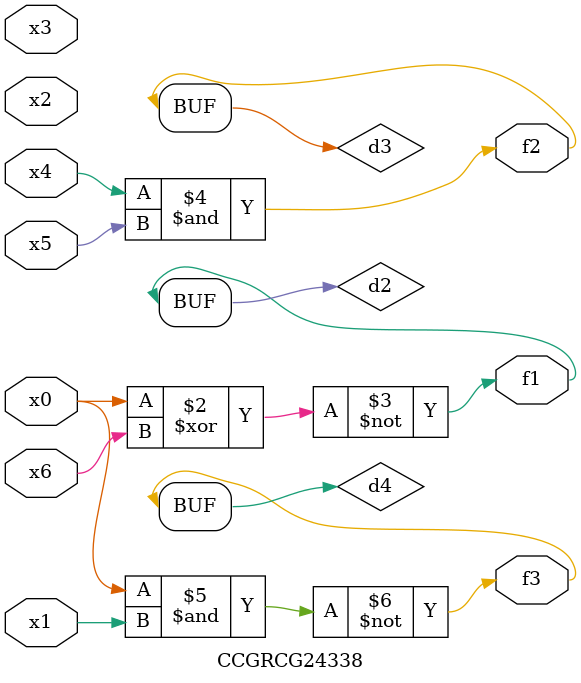
<source format=v>
module CCGRCG24338(
	input x0, x1, x2, x3, x4, x5, x6,
	output f1, f2, f3
);

	wire d1, d2, d3, d4;

	nor (d1, x0);
	xnor (d2, x0, x6);
	and (d3, x4, x5);
	nand (d4, x0, x1);
	assign f1 = d2;
	assign f2 = d3;
	assign f3 = d4;
endmodule

</source>
